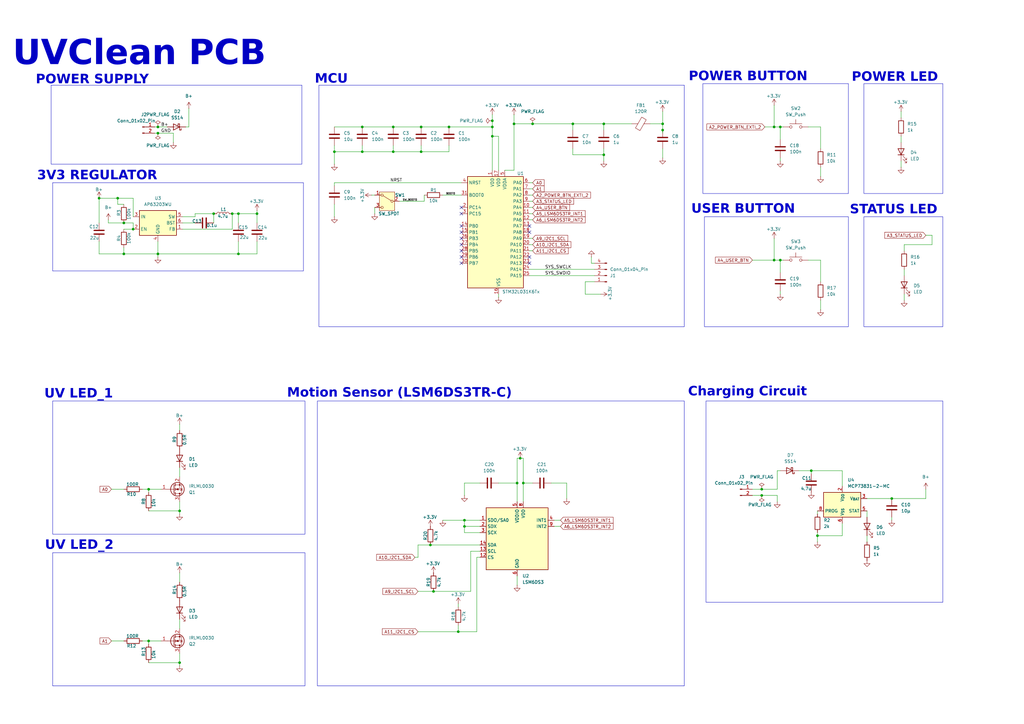
<source format=kicad_sch>
(kicad_sch (version 20231120) (generator "eeschema") (generator_version "8.0")
  (paper "A3")
  (title_block (title "UVClean PCB") (date "2025-02-17") (rev "0.1") (company "XO"))
  (junction (at 87.63 87.63))
  (junction (at 73.66 271.78))
  (junction (at 271.78 53.34))
  (junction (at 210.82 50.8))
  (junction (at 335.28 219.71))
  (junction (at 312.42 200.66))
  (junction (at 40.64 81.28))
  (junction (at 312.42 203.2))
  (junction (at 64.77 54.61))
  (junction (at 190.5 213.36))
  (junction (at 54.61 93.98))
  (junction (at 176.53 223.52))
  (junction (at 184.15 52.07))
  (junction (at 97.79 87.63))
  (junction (at 317.5 106.68))
  (junction (at 64.77 104.14))
  (junction (at 172.72 62.23))
  (junction (at 50.8 91.44))
  (junction (at 190.5 215.9))
  (junction (at 214.63 198.12))
  (junction (at 161.29 52.07))
  (junction (at 332.74 193.04))
  (junction (at 201.93 55.88))
  (junction (at 137.16 62.23))
  (junction (at 73.66 209.55))
  (junction (at 148.59 62.23))
  (junction (at 97.79 104.14))
  (junction (at 320.04 106.68))
  (junction (at 172.72 52.07))
  (junction (at 247.65 63.5))
  (junction (at 201.93 52.07))
  (junction (at 201.93 49.53))
  (junction (at 50.8 104.14))
  (junction (at 48.26 81.28))
  (junction (at 320.04 52.07))
  (junction (at 105.41 87.63))
  (junction (at 365.76 204.47))
  (junction (at 177.8 242.57))
  (junction (at 187.96 259.08))
  (junction (at 212.09 198.12))
  (junction (at 64.77 52.07))
  (junction (at 161.29 62.23))
  (junction (at 60.96 262.89))
  (junction (at 60.96 200.66))
  (junction (at 95.25 87.63))
  (junction (at 148.59 52.07))
  (junction (at 234.95 50.8))
  (junction (at 317.5 52.07))
  (junction (at 247.65 50.8))
  (junction (at 271.78 50.8))
  (junction (at 213.36 187.96))
  (junction (at 218.44 50.8))
  (no_connect (at 189.23 100.33))
  (no_connect (at 217.17 105.41))
  (no_connect (at 189.23 87.63))
  (no_connect (at 189.23 105.41))
  (no_connect (at 189.23 92.71))
  (no_connect (at 217.17 107.95))
  (no_connect (at 189.23 95.25))
  (no_connect (at 189.23 85.09))
  (no_connect (at 189.23 107.95))
  (no_connect (at 217.17 95.25))
  (no_connect (at 189.23 97.79))
  (no_connect (at 217.17 92.71))
  (no_connect (at 189.23 102.87))
  (wire (pts (xy 212.09 205.74) (xy 212.09 198.12)))
  (wire (pts (xy 214.63 187.96) (xy 214.63 198.12)))
  (wire (pts (xy 105.41 87.63) (xy 105.41 86.36)))
  (wire (pts (xy 187.96 247.65) (xy 187.96 248.92)))
  (wire (pts (xy 193.04 226.06) (xy 193.04 242.57)))
  (wire (pts (xy 271.78 53.34) (xy 271.78 50.8)))
  (wire (pts (xy 73.66 271.78) (xy 73.66 273.05)))
  (wire (pts (xy 195.58 228.6) (xy 196.85 228.6)))
  (wire (pts (xy 217.17 100.33) (xy 218.44 100.33)))
  (wire (pts (xy 44.45 90.17) (xy 44.45 91.44)))
  (wire (pts (xy 48.26 81.28) (xy 48.26 83.82)))
  (wire (pts (xy 210.82 69.85) (xy 210.82 50.8)))
  (wire (pts (xy 171.45 228.6) (xy 171.45 223.52)))
  (wire (pts (xy 80.01 87.63) (xy 87.63 87.63)))
  (wire (pts (xy 148.59 52.07) (xy 161.29 52.07)))
  (wire (pts (xy 63.5 52.07) (xy 64.77 52.07)))
  (wire (pts (xy 50.8 93.98) (xy 54.61 93.98)))
  (wire (pts (xy 187.96 259.08) (xy 195.58 259.08)))
  (wire (pts (xy 64.77 54.61) (xy 71.12 54.61)))
  (wire (pts (xy 44.45 91.44) (xy 50.8 91.44)))
  (wire (pts (xy 97.79 104.14) (xy 64.77 104.14)))
  (wire (pts (xy 137.16 62.23) (xy 137.16 67.31)))
  (wire (pts (xy 95.25 87.63) (xy 97.79 87.63)))
  (wire (pts (xy 64.77 99.06) (xy 64.77 104.14)))
  (wire (pts (xy 193.04 242.57) (xy 177.8 242.57)))
  (wire (pts (xy 73.66 176.53) (xy 73.66 173.99)))
  (wire (pts (xy 137.16 59.69) (xy 137.16 62.23)))
  (wire (pts (xy 163.83 82.55) (xy 173.99 82.55)))
  (wire (pts (xy 181.61 80.01) (xy 189.23 80.01)))
  (wire (pts (xy 50.8 101.6) (xy 50.8 104.14)))
  (wire (pts (xy 161.29 59.69) (xy 161.29 62.23)))
  (wire (pts (xy 370.84 100.33) (xy 370.84 102.87)))
  (wire (pts (xy 217.17 110.49) (xy 243.84 110.49)))
  (wire (pts (xy 207.01 69.85) (xy 210.82 69.85)))
  (wire (pts (xy 382.27 96.52) (xy 382.27 100.33)))
  (wire (pts (xy 172.72 62.23) (xy 161.29 62.23)))
  (wire (pts (xy 60.96 264.16) (xy 60.96 262.89)))
  (wire (pts (xy 40.64 99.06) (xy 40.64 104.14)))
  (wire (pts (xy 171.45 242.57) (xy 177.8 242.57)))
  (wire (pts (xy 369.57 45.72) (xy 369.57 48.26)))
  (wire (pts (xy 308.61 200.66) (xy 312.42 200.66)))
  (wire (pts (xy 181.61 213.36) (xy 190.5 213.36)))
  (wire (pts (xy 212.09 198.12) (xy 204.47 198.12)))
  (wire (pts (xy 74.93 88.9) (xy 80.01 88.9)))
  (wire (pts (xy 40.64 81.28) (xy 40.64 91.44)))
  (wire (pts (xy 213.36 187.96) (xy 212.09 187.96)))
  (wire (pts (xy 87.63 87.63) (xy 87.63 91.44)))
  (wire (pts (xy 246.38 120.65) (xy 240.03 120.65)))
  (wire (pts (xy 243.84 107.95) (xy 242.57 107.95)))
  (wire (pts (xy 40.64 81.28) (xy 48.26 81.28)))
  (wire (pts (xy 379.73 200.66) (xy 379.73 204.47)))
  (wire (pts (xy 355.6 204.47) (xy 365.76 204.47)))
  (wire (pts (xy 308.61 203.2) (xy 312.42 203.2)))
  (wire (pts (xy 321.31 52.07) (xy 320.04 52.07)))
  (wire (pts (xy 48.26 81.28) (xy 54.61 81.28)))
  (wire (pts (xy 153.67 85.09) (xy 153.67 87.63)))
  (wire (pts (xy 317.5 52.07) (xy 317.5 43.18)))
  (wire (pts (xy 271.78 60.96) (xy 271.78 64.77)))
  (wire (pts (xy 217.17 87.63) (xy 218.44 87.63)))
  (wire (pts (xy 218.44 50.8) (xy 234.95 50.8)))
  (wire (pts (xy 196.85 218.44) (xy 190.5 218.44)))
  (wire (pts (xy 73.66 254) (xy 73.66 257.81)))
  (wire (pts (xy 190.5 213.36) (xy 196.85 213.36)))
  (wire (pts (xy 271.78 50.8) (xy 266.7 50.8)))
  (wire (pts (xy 379.73 204.47) (xy 365.76 204.47)))
  (wire (pts (xy 370.84 120.65) (xy 370.84 123.19)))
  (wire (pts (xy 308.61 106.68) (xy 317.5 106.68)))
  (wire (pts (xy 234.95 63.5) (xy 247.65 63.5)))
  (wire (pts (xy 355.6 219.71) (xy 355.6 222.25)))
  (wire (pts (xy 336.55 68.58) (xy 336.55 72.39)))
  (wire (pts (xy 60.96 200.66) (xy 66.04 200.66)))
  (wire (pts (xy 336.55 52.07) (xy 336.55 60.96)))
  (wire (pts (xy 71.12 54.61) (xy 71.12 58.42)))
  (wire (pts (xy 171.45 223.52) (xy 176.53 223.52)))
  (wire (pts (xy 54.61 81.28) (xy 54.61 88.9)))
  (wire (pts (xy 195.58 259.08) (xy 195.58 228.6)))
  (wire (pts (xy 332.74 193.04) (xy 345.44 193.04)))
  (wire (pts (xy 217.17 102.87) (xy 218.44 102.87)))
  (wire (pts (xy 190.5 218.44) (xy 190.5 215.9)))
  (wire (pts (xy 317.5 106.68) (xy 317.5 97.79)))
  (wire (pts (xy 335.28 210.82) (xy 335.28 209.55)))
  (wire (pts (xy 73.66 205.74) (xy 73.66 209.55)))
  (wire (pts (xy 45.72 262.89) (xy 50.8 262.89)))
  (wire (pts (xy 74.93 93.98) (xy 95.25 93.98)))
  (wire (pts (xy 73.66 191.77) (xy 73.66 195.58)))
  (wire (pts (xy 201.93 46.99) (xy 201.93 49.53)))
  (wire (pts (xy 153.67 80.01) (xy 152.4 80.01)))
  (wire (pts (xy 234.95 60.96) (xy 234.95 63.5)))
  (wire (pts (xy 148.59 62.23) (xy 137.16 62.23)))
  (wire (pts (xy 355.6 209.55) (xy 355.6 212.09)))
  (wire (pts (xy 218.44 80.01) (xy 217.17 80.01)))
  (wire (pts (xy 176.53 223.52) (xy 196.85 223.52)))
  (wire (pts (xy 105.41 99.06) (xy 105.41 104.14)))
  (wire (pts (xy 54.61 93.98) (xy 54.61 91.44)))
  (wire (pts (xy 95.25 93.98) (xy 95.25 87.63)))
  (wire (pts (xy 332.74 193.04) (xy 332.74 194.31)))
  (wire (pts (xy 201.93 55.88) (xy 201.93 69.85)))
  (wire (pts (xy 172.72 59.69) (xy 172.72 62.23)))
  (wire (pts (xy 196.85 198.12) (xy 190.5 198.12)))
  (wire (pts (xy 218.44 85.09) (xy 217.17 85.09)))
  (wire (pts (xy 64.77 52.07) (xy 68.58 52.07)))
  (wire (pts (xy 148.59 59.69) (xy 148.59 62.23)))
  (wire (pts (xy 320.04 119.38) (xy 320.04 120.65)))
  (wire (pts (xy 217.17 113.03) (xy 243.84 113.03)))
  (wire (pts (xy 73.66 267.97) (xy 73.66 271.78)))
  (wire (pts (xy 218.44 74.93) (xy 217.17 74.93)))
  (wire (pts (xy 320.04 52.07) (xy 320.04 57.15)))
  (wire (pts (xy 137.16 52.07) (xy 148.59 52.07)))
  (wire (pts (xy 172.72 52.07) (xy 184.15 52.07)))
  (wire (pts (xy 73.66 209.55) (xy 73.66 210.82)))
  (wire (pts (xy 240.03 115.57) (xy 243.84 115.57)))
  (wire (pts (xy 210.82 50.8) (xy 218.44 50.8)))
  (wire (pts (xy 190.5 198.12) (xy 190.5 203.2)))
  (wire (pts (xy 345.44 193.04) (xy 345.44 199.39)))
  (wire (pts (xy 60.96 271.78) (xy 73.66 271.78)))
  (wire (pts (xy 204.47 120.65) (xy 204.47 121.92)))
  (wire (pts (xy 320.04 106.68) (xy 317.5 106.68)))
  (wire (pts (xy 240.03 120.65) (xy 240.03 115.57)))
  (wire (pts (xy 105.41 104.14) (xy 97.79 104.14)))
  (wire (pts (xy 50.8 83.82) (xy 48.26 83.82)))
  (wire (pts (xy 204.47 69.85) (xy 204.47 55.88)))
  (wire (pts (xy 345.44 219.71) (xy 345.44 214.63)))
  (wire (pts (xy 382.27 96.52) (xy 379.73 96.52)))
  (wire (pts (xy 97.79 99.06) (xy 97.79 104.14)))
  (wire (pts (xy 173.99 82.55) (xy 173.99 80.01)))
  (wire (pts (xy 201.93 52.07) (xy 201.93 55.88)))
  (wire (pts (xy 184.15 52.07) (xy 201.93 52.07)))
  (wire (pts (xy 184.15 59.69) (xy 184.15 62.23)))
  (wire (pts (xy 331.47 106.68) (xy 336.55 106.68)))
  (wire (pts (xy 73.66 238.76) (xy 73.66 234.95)))
  (wire (pts (xy 97.79 87.63) (xy 105.41 87.63)))
  (wire (pts (xy 335.28 219.71) (xy 335.28 218.44)))
  (wire (pts (xy 318.77 203.2) (xy 312.42 203.2)))
  (wire (pts (xy 370.84 100.33) (xy 382.27 100.33)))
  (wire (pts (xy 74.93 91.44) (xy 80.01 91.44)))
  (wire (pts (xy 184.15 62.23) (xy 172.72 62.23)))
  (wire (pts (xy 227.33 213.36) (xy 229.87 213.36)))
  (wire (pts (xy 336.55 106.68) (xy 336.55 115.57)))
  (wire (pts (xy 137.16 83.82) (xy 137.16 88.9)))
  (wire (pts (xy 320.04 52.07) (xy 317.5 52.07)))
  (wire (pts (xy 227.33 215.9) (xy 229.87 215.9)))
  (wire (pts (xy 161.29 62.23) (xy 148.59 62.23)))
  (wire (pts (xy 201.93 49.53) (xy 201.93 52.07)))
  (wire (pts (xy 64.77 104.14) (xy 64.77 105.41)))
  (wire (pts (xy 212.09 187.96) (xy 212.09 198.12)))
  (wire (pts (xy 365.76 212.09) (xy 365.76 213.36)))
  (wire (pts (xy 320.04 106.68) (xy 320.04 111.76)))
  (wire (pts (xy 210.82 50.8) (xy 210.82 46.99)))
  (wire (pts (xy 60.96 209.55) (xy 73.66 209.55)))
  (wire (pts (xy 321.31 106.68) (xy 320.04 106.68)))
  (wire (pts (xy 45.72 200.66) (xy 50.8 200.66)))
  (wire (pts (xy 369.57 66.04) (xy 369.57 68.58)))
  (wire (pts (xy 187.96 256.54) (xy 187.96 259.08)))
  (wire (pts (xy 242.57 107.95) (xy 242.57 105.41)))
  (wire (pts (xy 312.42 200.66) (xy 318.77 200.66)))
  (wire (pts (xy 320.04 64.77) (xy 320.04 66.04)))
  (wire (pts (xy 77.47 44.45) (xy 77.47 52.07)))
  (wire (pts (xy 97.79 87.63) (xy 97.79 91.44)))
  (wire (pts (xy 204.47 55.88) (xy 201.93 55.88)))
  (wire (pts (xy 370.84 110.49) (xy 370.84 113.03)))
  (wire (pts (xy 234.95 53.34) (xy 234.95 50.8)))
  (wire (pts (xy 214.63 198.12) (xy 218.44 198.12)))
  (wire (pts (xy 247.65 53.34) (xy 247.65 50.8)))
  (wire (pts (xy 40.64 104.14) (xy 50.8 104.14)))
  (wire (pts (xy 234.95 50.8) (xy 247.65 50.8)))
  (wire (pts (xy 214.63 198.12) (xy 214.63 205.74)))
  (wire (pts (xy 217.17 90.17) (xy 218.44 90.17)))
  (wire (pts (xy 232.41 198.12) (xy 232.41 204.47)))
  (wire (pts (xy 196.85 215.9) (xy 190.5 215.9)))
  (wire (pts (xy 190.5 215.9) (xy 190.5 213.36)))
  (wire (pts (xy 271.78 54.61) (xy 271.78 53.34)))
  (wire (pts (xy 171.45 259.08) (xy 187.96 259.08)))
  (wire (pts (xy 345.44 219.71) (xy 335.28 219.71)))
  (wire (pts (xy 137.16 74.93) (xy 137.16 76.2)))
  (wire (pts (xy 218.44 77.47) (xy 217.17 77.47)))
  (wire (pts (xy 58.42 200.66) (xy 60.96 200.66)))
  (wire (pts (xy 318.77 193.04) (xy 320.04 193.04)))
  (wire (pts (xy 105.41 87.63) (xy 105.41 91.44)))
  (wire (pts (xy 63.5 54.61) (xy 64.77 54.61)))
  (wire (pts (xy 80.01 88.9) (xy 80.01 87.63)))
  (wire (pts (xy 137.16 74.93) (xy 189.23 74.93)))
  (wire (pts (xy 247.65 60.96) (xy 247.65 63.5)))
  (wire (pts (xy 318.77 205.74) (xy 318.77 203.2)))
  (wire (pts (xy 336.55 123.19) (xy 336.55 127)))
  (wire (pts (xy 318.77 200.66) (xy 318.77 193.04)))
  (wire (pts (xy 214.63 187.96) (xy 213.36 187.96)))
  (wire (pts (xy 335.28 219.71) (xy 335.28 222.25)))
  (wire (pts (xy 196.85 226.06) (xy 193.04 226.06)))
  (wire (pts (xy 271.78 45.72) (xy 271.78 50.8)))
  (wire (pts (xy 76.2 52.07) (xy 77.47 52.07)))
  (wire (pts (xy 60.96 262.89) (xy 66.04 262.89)))
  (wire (pts (xy 232.41 198.12) (xy 226.06 198.12)))
  (wire (pts (xy 247.65 63.5) (xy 247.65 66.04)))
  (wire (pts (xy 58.42 262.89) (xy 60.96 262.89)))
  (wire (pts (xy 247.65 50.8) (xy 259.08 50.8)))
  (wire (pts (xy 369.57 55.88) (xy 369.57 58.42)))
  (wire (pts (xy 60.96 201.93) (xy 60.96 200.66)))
  (wire (pts (xy 50.8 104.14) (xy 64.77 104.14)))
  (wire (pts (xy 327.66 193.04) (xy 332.74 193.04)))
  (wire (pts (xy 212.09 236.22) (xy 212.09 240.03)))
  (wire (pts (xy 217.17 97.79) (xy 218.44 97.79)))
  (wire (pts (xy 218.44 82.55) (xy 217.17 82.55)))
  (wire (pts (xy 313.69 52.07) (xy 317.5 52.07)))
  (wire (pts (xy 331.47 52.07) (xy 336.55 52.07)))
  (wire (pts (xy 161.29 52.07) (xy 172.72 52.07)))
  (wire (pts (xy 170.18 228.6) (xy 171.45 228.6)))
  (wire (pts (xy 54.61 91.44) (xy 50.8 91.44)))
  (rectangle (start 130.81 34.925) (end 280.67 133.985))
  (rectangle (start 21.59 74.93) (end 124.46 111.125))
  (rectangle (start 288.29 34.29) (end 347.98 79.375))
  (rectangle (start 354.33 34.29) (end 386.715 79.375))
  (rectangle (start 21.59 164.465) (end 125.095 219.075))
  (rectangle (start 130.175 164.465) (end 280.67 281.305))
  (rectangle (start 20.955 34.925) (end 123.825 67.31))
  (rectangle (start 289.56 164.465) (end 386.715 247.015))
  (rectangle (start 354.33 88.9) (end 386.715 133.985))
  (rectangle (start 21.59 226.695) (end 125.095 281.305))
  (rectangle (start 288.925 88.9) (end 347.98 133.985))
  (text "POWER LED" (at 367.03 32.766 0) (effects (font (size 3.81 3.81) (thickness 0.508) (bold yes))))
  (text "MCU" (at 135.89 33.528 0) (effects (font (size 3.81 3.81) (thickness 0.508) (bold yes))))
  (text "UV LED_1\n\n" (at 32.258 165.862 0) (effects (font (size 3.81 3.81) (thickness 0.508) (bold yes))))
  (text "UV LED_2\n\n\n" (at 32.512 231.14 0) (effects (font (size 3.81 3.81) (thickness 0.508) (bold yes))))
  (text "POWER SUPPLY" (at 37.846 33.782 0) (effects (font (size 3.81 3.81) (thickness 0.508) (bold yes))))
  (text "USER BUTTON\n" (at 304.8 86.868 0) (effects (font (size 3.81 3.81) (thickness 0.508) (bold yes))))
  (text "POWER BUTTON\n" (at 306.832 32.512 0) (effects (font (size 3.81 3.81) (thickness 0.508) (bold yes))))
  (text "Charging Circuit" (at 306.578 161.798 0) (effects (font (size 3.81 3.81) (thickness 0.508) (bold yes))))
  (text "3V3 REGULATOR\n" (at 39.878 73.152 0) (effects (font (size 3.81 3.81) (thickness 0.508) (bold yes))))
  (text "Motion Sensor (LSM6DS3TR-C)" (at 163.83 162.306 0) (effects (font (size 3.81 3.81) (thickness 0.508) (bold yes))))
  (text "UVClean PCB" (at 57.15 24.892 0) (effects (font (size 10.16 10.16) (thickness 0.508) (bold yes))))
  (text "STATUS LED" (at 366.522 87.122 0) (effects (font (size 3.81 3.81) (thickness 0.508) (bold yes))))
  (label "SYS_SWDIO" (at 223.52 113.03 0))
  (label "GND" (at 66.04 54.61 0))
  (label "BOOT0" (at 182.88 80.01 0) (effects (font (size 0.762 0.762))))
  (label "SW_BOOT0" (at 165.1 82.55 0) (effects (font (size 0.762 0.762))))
  (label "SYS_SWCLK" (at 223.52 110.49 0))
  (label "B+" (at 66.04 52.07 0))
  (label "NRST" (at 160.02 74.93 0))
  (global_label "A4_USER_BTN" (shape input) (at 308.61 106.68 180) (property "Intersheetrefs" "${INTERSHEET_REFS}" (effects (hide yes))))
  (global_label "A9_I2C1_SCL" (shape input) (at 171.45 242.57 180) (property "Intersheetrefs" "${INTERSHEET_REFS}" (effects (hide yes))))
  (global_label "A6_LSM6DS3TR_INT2" (shape input) (at 218.44 90.17 0) (property "Intersheetrefs" "${INTERSHEET_REFS}" (effects (hide yes))))
  (global_label "A1" (shape input) (at 45.72 262.89 180) (property "Intersheetrefs" "${INTERSHEET_REFS}" (effects (hide yes))))
  (global_label "A6_LSM6DS3TR_INT2" (shape input) (at 229.87 215.9 0) (property "Intersheetrefs" "${INTERSHEET_REFS}" (effects (hide yes))))
  (global_label "A11_I2C1_CS" (shape input) (at 171.45 259.08 180) (property "Intersheetrefs" "${INTERSHEET_REFS}" (effects (hide yes))))
  (global_label "A1" (shape input) (at 218.44 77.47 0) (property "Intersheetrefs" "${INTERSHEET_REFS}" (effects (hide yes))))
  (global_label "A0" (shape input) (at 218.44 74.93 0) (property "Intersheetrefs" "${INTERSHEET_REFS}" (effects (hide yes))))
  (global_label "A2_POWER_BTN_EXTI_2" (shape input) (at 218.44 80.01 0) (property "Intersheetrefs" "${INTERSHEET_REFS}" (effects (hide yes))))
  (global_label "A10_I2C1_SDA" (shape input) (at 170.18 228.6 180) (property "Intersheetrefs" "${INTERSHEET_REFS}" (effects (hide yes))))
  (global_label "A9_I2C1_SCL" (shape input) (at 218.44 97.79 0) (property "Intersheetrefs" "${INTERSHEET_REFS}" (effects (hide yes))))
  (global_label "A2_POWER_BTN_EXTI_2" (shape input) (at 313.69 52.07 180) (property "Intersheetrefs" "${INTERSHEET_REFS}" (effects (hide yes))))
  (global_label "A0" (shape input) (at 45.72 200.66 180) (property "Intersheetrefs" "${INTERSHEET_REFS}" (effects (hide yes))))
  (global_label "A3_STATUS_LED" (shape input) (at 218.44 82.55 0) (property "Intersheetrefs" "${INTERSHEET_REFS}" (effects (hide yes))))
  (global_label "A5_LSM6DS3TR_INT1" (shape input) (at 229.87 213.36 0) (property "Intersheetrefs" "${INTERSHEET_REFS}" (effects (hide yes))))
  (global_label "A4_USER_BTN" (shape input) (at 218.44 85.09 0) (property "Intersheetrefs" "${INTERSHEET_REFS}" (effects (hide yes))))
  (global_label "A5_LSM6DS3TR_INT1" (shape input) (at 218.44 87.63 0) (property "Intersheetrefs" "${INTERSHEET_REFS}" (effects (hide yes))))
  (global_label "A11_I2C1_CS" (shape input) (at 218.44 102.87 0) (property "Intersheetrefs" "${INTERSHEET_REFS}" (effects (hide yes))))
  (global_label "A3_STATUS_LED" (shape input) (at 379.73 96.52 180) (property "Intersheetrefs" "${INTERSHEET_REFS}" (effects (hide yes))))
  (global_label "A10_I2C1_SDA" (shape input) (at 218.44 100.33 0) (property "Intersheetrefs" "${INTERSHEET_REFS}" (effects (hide yes))))
  (symbol (lib_id "Device:FerriteBead") (at 262.89 50.8 90) (unit 1)
    (property "Reference" "FB1" (at 262.8392 43.18 90))
    (property "Value" "120R" (at 262.8392 45.72 90))
    (property "Footprint" "Inductor_SMD:L_0603_1608Metric" (effects (hide yes)))
    (property "Description" "Ferrite bead" (effects (hide yes)))
  )
  (symbol (lib_id "power:+3.3V") (at 201.93 46.99 0) (unit 1)
    (property "Reference" "#PWR02" (effects (hide yes)))
    (property "Value" "+3.3V" (at 201.676 43.18 0))
    (property "Description" "Power symbol creates a global label with name \"+3.3V\"" (effects (hide yes)))
  )
  (symbol (lib_id "power:PWR_FLAG") (at 312.42 200.66 0) (unit 1)
    (property "Reference" "#FLG04" (effects (hide yes)))
    (property "Value" "PWR_FLAG" (at 312.42 195.58 0))
    (property "Description" "Special symbol for telling ERC where power comes from" (effects (hide yes)))
  )
  (symbol (lib_id "power:+3.3V") (at 246.38 120.65 270) (unit 1)
    (property "Reference" "#PWR011" (effects (hide yes)))
    (property "Value" "+3.3V" (at 250.19 120.396 0))
    (property "Description" "Power symbol creates a global label with name \"+3.3V\"" (effects (hide yes)))
  )
  (symbol (lib_id "power:GND") (at 190.5 203.2 0) (unit 1)
    (property "Reference" "#PWR036" (effects (hide yes)))
    (property "Value" "GND" (effects (hide yes)))
    (property "Description" "Power symbol creates a global label with name \"GND\" , ground" (effects (hide yes)))
  )
  (symbol (lib_id "Device:C") (at 137.16 55.88 0) (unit 1)
    (property "Reference" "C5" (at 140.97 54.6099 0) (effects (justify left)))
    (property "Value" "10u" (at 140.97 57.1499 0) (effects (justify left)))
    (property "Footprint" "Capacitor_SMD:C_0603_1608Metric" (effects (hide yes)))
    (property "Description" "Unpolarized capacitor" (effects (hide yes)))
  )
  (symbol (lib_id "Device:LED") (at 355.6 215.9 90) (unit 1)
    (property "Reference" "D6" (at 359.41 216.2174 90) (effects (justify right)))
    (property "Value" "LED" (at 359.41 218.7574 90) (effects (justify right)))
    (property "Description" "Light emitting diode" (effects (hide yes)))
  )
  (symbol (lib_id "Device:C") (at 222.25 198.12 90) (unit 1)
    (property "Reference" "C21" (at 222.25 190.5 90))
    (property "Value" "100n" (at 222.25 193.04 90))
    (property "Description" "Unpolarized capacitor" (effects (hide yes)))
  )
  (symbol (lib_id "power:VBUS") (at 77.47 44.45 0) (unit 1)
    (property "Reference" "#PWR016" (effects (hide yes)))
    (property "Value" "B+" (at 77.47 39.37 0))
    (property "Description" "Power symbol creates a global label with name \"VBUS\"" (effects (hide yes)))
  )
  (symbol (lib_id "Device:R") (at 336.55 119.38 0) (unit 1)
    (property "Reference" "R17" (at 339.09 118.1099 0) (effects (justify left)))
    (property "Value" "10k" (at 339.09 120.6499 0) (effects (justify left)))
    (property "Description" "Resistor" (effects (hide yes)))
  )
  (symbol (lib_id "Device:C") (at 247.65 57.15 0) (unit 1)
    (property "Reference" "C6" (at 251.46 55.8799 0) (effects (justify left)))
    (property "Value" "1u" (at 251.46 58.4199 0) (effects (justify left)))
    (property "Footprint" "Capacitor_SMD:C_0402_1005Metric" (effects (hide yes)))
    (property "Description" "Unpolarized capacitor" (effects (hide yes)))
  )
  (symbol (lib_id "Device:C") (at 200.66 198.12 90) (unit 1)
    (property "Reference" "C20" (at 200.66 190.5 90))
    (property "Value" "100n" (at 200.66 193.04 90))
    (property "Description" "Unpolarized capacitor" (effects (hide yes)))
  )
  (symbol (lib_id "power:+3.3V") (at 213.36 187.96 0) (unit 1)
    (property "Reference" "#PWR038" (effects (hide yes)))
    (property "Value" "+3.3V" (at 213.106 184.15 0))
    (property "Description" "Power symbol creates a global label with name \"+3.3V\"" (effects (hide yes)))
  )
  (symbol (lib_id "power:VBUS") (at 40.64 81.28 0) (unit 1)
    (property "Reference" "#PWR018" (effects (hide yes)))
    (property "Value" "B+" (at 40.64 77.724 0))
    (property "Description" "Power symbol creates a global label with name \"VBUS\"" (effects (hide yes)))
  )
  (symbol (lib_id "power:GND") (at 370.84 123.19 0) (unit 1)
    (property "Reference" "#PWR033" (effects (hide yes)))
    (property "Value" "GND" (effects (hide yes)))
    (property "Description" "Power symbol creates a global label with name \"GND\" , ground" (effects (hide yes)))
  )
  (symbol (lib_id "power:VBUS") (at 44.45 90.17 0) (unit 1)
    (property "Reference" "#PWR021" (effects (hide yes)))
    (property "Value" "B+" (at 44.45 85.09 0))
    (property "Description" "Power symbol creates a global label with name \"VBUS\"" (effects (hide yes)))
  )
  (symbol (lib_id "power:GND") (at 242.57 105.41 180) (unit 1)
    (property "Reference" "#PWR012" (effects (hide yes)))
    (property "Value" "GND" (effects (hide yes)))
    (property "Description" "Power symbol creates a global label with name \"GND\" , ground" (effects (hide yes)))
  )
  (symbol (lib_id "power:+3.3V") (at 176.53 215.9 0) (unit 1)
    (property "Reference" "#PWR043" (effects (hide yes)))
    (property "Value" "+3.3V" (at 176.276 212.09 0))
    (property "Description" "Power symbol creates a global label with name \"+3.3V\"" (effects (hide yes)))
  )
  (symbol (lib_id "power:VBUS") (at 73.66 234.95 0) (unit 1)
    (property "Reference" "#PWR014" (effects (hide yes)))
    (property "Value" "B+" (at 73.66 231.394 0))
    (property "Description" "Power symbol creates a global label with name \"VBUS\"" (effects (hide yes)))
  )
  (symbol (lib_id "Device:R") (at 54.61 200.66 90) (unit 1)
    (property "Reference" "R10" (at 55.88 202.692 90) (effects (justify left)))
    (property "Value" "100R" (at 56.896 198.628 90) (effects (justify left)))
    (property "Footprint" "Resistor_SMD:R_0603_1608Metric" (effects (hide yes)))
    (property "Description" "Resistor" (effects (hide yes)))
  )
  (symbol (lib_id "Device:C") (at 271.78 57.15 0) (unit 1)
    (property "Reference" "C8" (at 275.59 55.8799 0) (effects (justify left)))
    (property "Value" "1u" (at 275.59 58.4199 0) (effects (justify left)))
    (property "Footprint" "Capacitor_SMD:C_0402_1005Metric" (effects (hide yes)))
    (property "Description" "Unpolarized capacitor" (effects (hide yes)))
  )
  (symbol (lib_id "Device:C") (at 83.82 91.44 90) (unit 1)
    (property "Reference" "C13" (at 80.772 90.678 90))
    (property "Value" "0.1u" (at 86.868 92.456 90))
    (property "Footprint" "Capacitor_SMD:C_0603_1608Metric" (effects (hide yes)))
    (property "Description" "Unpolarized capacitor" (effects (hide yes)))
  )
  (symbol (lib_id "power:GND") (at 73.66 273.05 0) (unit 1)
    (property "Reference" "#PWR029" (effects (hide yes)))
    (property "Value" "GND" (effects (hide yes)))
    (property "Description" "Power symbol creates a global label with name \"GND\" , ground" (effects (hide yes)))
  )
  (symbol (lib_id "Device:R") (at 335.28 214.63 0) (unit 1)
    (property "Reference" "R2" (at 337.82 213.3599 0) (effects (justify left)))
    (property "Value" "2k" (at 337.82 215.8999 0) (effects (justify left)))
    (property "Description" "Resistor" (effects (hide yes)))
  )
  (symbol (lib_id "power:VBUS") (at 379.73 200.66 0) (unit 1)
    (property "Reference" "#PWR028" (effects (hide yes)))
    (property "Value" "B+" (at 379.73 195.58 0))
    (property "Description" "Power symbol creates a global label with name \"VBUS\"" (effects (hide yes)))
  )
  (symbol (lib_id "Device:C") (at 365.76 208.28 0) (unit 1)
    (property "Reference" "C10" (at 369.57 207.0099 0) (effects (justify left)))
    (property "Value" "10µ" (at 369.57 209.5499 0) (effects (justify left)))
    (property "Description" "Unpolarized capacitor" (effects (hide yes)))
  )
  (symbol (lib_id "power:+3.3V") (at 177.8 234.95 0) (unit 1)
    (property "Reference" "#PWR042" (effects (hide yes)))
    (property "Value" "+3.3V" (at 177.546 231.14 0))
    (property "Description" "Power symbol creates a global label with name \"+3.3V\"" (effects (hide yes)))
  )
  (symbol (lib_id "power:GND") (at 247.65 66.04 0) (unit 1)
    (property "Reference" "#PWR05" (effects (hide yes)))
    (property "Value" "GND" (effects (hide yes)))
    (property "Description" "Power symbol creates a global label with name \"GND\" , ground" (effects (hide yes)))
  )
  (symbol (lib_id "Diode:SS14") (at 72.39 52.07 180) (unit 1)
    (property "Reference" "D2" (at 72.7075 45.72 0))
    (property "Value" "SS14" (at 72.7075 48.26 0))
    (property "Footprint" "Diode_SMD:D_SMA" (effects (hide yes)))
    (property "Datasheet" "https://www.vishay.com/docs/88746/ss12.pdf" (effects (hide yes)))
    (property "Description" "40V 1A Schottky Diode, SMA" (effects (hide yes)))
  )
  (symbol (lib_id "Device:C") (at 184.15 55.88 0) (unit 1)
    (property "Reference" "C1" (at 187.96 54.6099 0) (effects (justify left)))
    (property "Value" "100n" (at 187.96 57.1499 0) (effects (justify left)))
    (property "Footprint" "Capacitor_SMD:C_0402_1005Metric" (effects (hide yes)))
    (property "Description" "Unpolarized capacitor" (effects (hide yes)))
  )
  (symbol (lib_id "Battery_Management:MCP73831-2-MC") (at 345.44 207.01 0) (unit 1)
    (property "Reference" "U4" (at 347.6341 196.85 0) (effects (justify left)))
    (property "Value" "MCP73831-2-MC" (at 347.6341 199.39 0) (effects (justify left)))
    (property "Footprint" "Package_TO_SOT_SMD:SOT-23-5" (effects (hide yes)))
    (property "Datasheet" "http://ww1.microchip.com/downloads/en/DeviceDoc/20001984g.pdf" (effects (hide yes)))
    (property "Description" "Single cell, Li-Ion/Li-Po charge management controller, 4.20V, Tri-State Status Output, in DFN-8 package" (effects (hide yes)))
  )
  (symbol (lib_id "power:GND") (at 71.12 58.42 0) (unit 1)
    (property "Reference" "#PWR017" (effects (hide yes)))
    (property "Value" "GND" (effects (hide yes)))
    (property "Description" "Power symbol creates a global label with name \"GND\" , ground" (effects (hide yes)))
  )
  (symbol (lib_id "power:+3.3V") (at 105.41 86.36 0) (unit 1)
    (property "Reference" "#PWR020" (effects (hide yes)))
    (property "Value" "+3.3V" (at 105.156 82.55 0))
    (property "Description" "Power symbol creates a global label with name \"+3.3V\"" (effects (hide yes)))
  )
  (symbol (lib_id "Transistor_FET:IRLML0030") (at 71.12 262.89 0) (mirror x) (unit 1)
    (property "Reference" "Q2" (at 77.47 264.1601 0) (effects (justify left)))
    (property "Value" "IRLML0030" (at 77.47 261.6201 0) (effects (justify left)))
    (property "Footprint" "Package_TO_SOT_SMD:SOT-23" (effects (hide yes)))
    (property "Datasheet" "https://www.infineon.com/dgdl/irlml0030pbf.pdf?fileId=5546d462533600a401535664773825df" (effects (hide yes)))
    (property "Description" "5.3A Id, 30V Vds, 27mOhm Rds, N-Channel HEXFET Power MOSFET, SOT-23" (effects (hide yes)))
  )
  (symbol (lib_id "power:+3.3V") (at 317.5 43.18 0) (unit 1)
    (property "Reference" "#PWR025" (effects (hide yes)))
    (property "Value" "+3.3V" (at 317.246 39.37 0))
    (property "Description" "Power symbol creates a global label with name \"+3.3V\"" (effects (hide yes)))
  )
  (symbol (lib_id "power:GND") (at 181.61 213.36 0) (unit 1)
    (property "Reference" "#PWR040" (effects (hide yes)))
    (property "Value" "GND" (effects (hide yes)))
    (property "Description" "Power symbol creates a global label with name \"GND\" , ground" (effects (hide yes)))
  )
  (symbol (lib_id "Device:R") (at 336.55 64.77 0) (unit 1)
    (property "Reference" "R11" (at 339.09 63.4999 0) (effects (justify left)))
    (property "Value" "10k" (at 339.09 66.0399 0) (effects (justify left)))
    (property "Description" "Resistor" (effects (hide yes)))
  )
  (symbol (lib_id "power:GND") (at 137.16 67.31 0) (unit 1)
    (property "Reference" "#PWR03" (effects (hide yes)))
    (property "Value" "GND" (effects (hide yes)))
    (property "Description" "Power symbol creates a global label with name \"GND\" , ground" (effects (hide yes)))
  )
  (symbol (lib_id "power:GND") (at 335.28 222.25 0) (unit 1)
    (property "Reference" "#PWR015" (effects (hide yes)))
    (property "Value" "GND" (effects (hide yes)))
    (property "Description" "Power symbol creates a global label with name \"GND\" , ground" (effects (hide yes)))
  )
  (symbol (lib_id "Device:LED") (at 73.66 187.96 90) (unit 1)
    (property "Reference" "D1" (at 77.47 188.2774 90) (effects (justify right)))
    (property "Value" "LED" (at 77.47 190.8174 90) (effects (justify right)))
    (property "Description" "Light emitting diode" (effects (hide yes)))
  )
  (symbol (lib_id "power:GND") (at 153.67 87.63 0) (unit 1)
    (property "Reference" "#PWR09" (effects (hide yes)))
    (property "Value" "GND" (effects (hide yes)))
    (property "Description" "Power symbol creates a global label with name \"GND\" , ground" (effects (hide yes)))
  )
  (symbol (lib_id "power:PWR_FLAG") (at 312.42 203.2 180) (unit 1)
    (property "Reference" "#FLG05" (effects (hide yes)))
    (property "Value" "PWR_FLAG" (at 311.658 207.01 0))
    (property "Description" "Special symbol for telling ERC where power comes from" (effects (hide yes)))
  )
  (symbol (lib_id "Switch:SW_Push") (at 326.39 106.68 0) (unit 1)
    (property "Reference" "SW3" (at 326.39 99.06 0))
    (property "Value" "SW_Push" (at 326.39 101.6 0))
    (property "Description" "Push button switch, generic, two pins" (effects (hide yes)))
  )
  (symbol (lib_id "Device:C") (at 161.29 55.88 0) (unit 1)
    (property "Reference" "C3" (at 165.1 54.6099 0) (effects (justify left)))
    (property "Value" "100n" (at 165.1 57.1499 0) (effects (justify left)))
    (property "Footprint" "Capacitor_SMD:C_0402_1005Metric" (effects (hide yes)))
    (property "Description" "Unpolarized capacitor" (effects (hide yes)))
  )
  (symbol (lib_id "Device:C") (at 320.04 115.57 0) (unit 1)
    (property "Reference" "C19" (at 323.85 114.2999 0) (effects (justify left)))
    (property "Value" "100n" (at 323.85 116.8399 0) (effects (justify left)))
    (property "Description" "Unpolarized capacitor" (effects (hide yes)))
  )
  (symbol (lib_id "Device:R") (at 50.8 87.63 0) (unit 1)
    (property "Reference" "R3" (at 48.768 88.646 90) (effects (justify left)))
    (property "Value" "100k" (at 52.832 90.17 90) (effects (justify left)))
    (property "Footprint" "Resistor_SMD:R_0603_1608Metric" (effects (hide yes)))
    (property "Description" "Resistor" (effects (hide yes)))
  )
  (symbol (lib_id "Device:C") (at 332.74 198.12 0) (unit 1)
    (property "Reference" "C11" (at 328.93 196.088 0) (effects (justify left)))
    (property "Value" "4.7u" (at 328.422 200.406 0) (effects (justify left)))
    (property "Description" "Unpolarized capacitor" (effects (hide yes)))
  )
  (symbol (lib_id "power:+3.3V") (at 369.57 45.72 0) (unit 1)
    (property "Reference" "#PWR030" (effects (hide yes)))
    (property "Value" "+3.3V" (at 369.316 41.91 0))
    (property "Description" "Power symbol creates a global label with name \"+3.3V\"" (effects (hide yes)))
  )
  (symbol (lib_id "power:GND") (at 355.6 229.87 0) (unit 1)
    (property "Reference" "#PWR023" (effects (hide yes)))
    (property "Value" "GND" (effects (hide yes)))
    (property "Description" "Power symbol creates a global label with name \"GND\" , ground" (effects (hide yes)))
  )
  (symbol (lib_id "Device:R") (at 60.96 205.74 0) (unit 1)
    (property "Reference" "R8" (at 58.928 207.01 90) (effects (justify left)))
    (property "Value" "10k" (at 62.992 208.026 90) (effects (justify left)))
    (property "Footprint" "Resistor_SMD:R_0603_1608Metric" (effects (hide yes)))
    (property "Description" "Resistor" (effects (hide yes)))
  )
  (symbol (lib_id "power:GND") (at 73.66 210.82 0) (unit 1)
    (property "Reference" "#PWR024" (effects (hide yes)))
    (property "Value" "GND" (effects (hide yes)))
    (property "Description" "Power symbol creates a global label with name \"GND\" , ground" (effects (hide yes)))
  )
  (symbol (lib_id "power:+3.3V") (at 152.4 80.01 90) (unit 1)
    (property "Reference" "#PWR010" (effects (hide yes)))
    (property "Value" "+3.3V" (at 148.59 80.264 0))
    (property "Description" "Power symbol creates a global label with name \"+3.3V\"" (effects (hide yes)))
  )
  (symbol (lib_id "Device:C") (at 40.64 95.25 0) (unit 1)
    (property "Reference" "C12" (at 36.576 92.964 0) (effects (justify left)))
    (property "Value" "22u" (at 36.83 97.536 0) (effects (justify left)))
    (property "Footprint" "Capacitor_SMD:C_1206_3216Metric" (effects (hide yes)))
    (property "Description" "Unpolarized capacitor" (effects (hide yes)))
  )
  (symbol (lib_id "power:GND") (at 320.04 66.04 0) (unit 1)
    (property "Reference" "#PWR027" (effects (hide yes)))
    (property "Value" "GND" (effects (hide yes)))
    (property "Description" "Power symbol creates a global label with name \"GND\" , ground" (effects (hide yes)))
  )
  (symbol (lib_id "Connector:Conn_01x02_Pin") (at 303.53 200.66 0) (unit 1)
    (property "Reference" "J3" (at 304.165 195.58 0))
    (property "Value" "Conn_01x02_Pin" (at 300.99 198.12 0))
    (property "Footprint" "Connector_JST:JST_EH_B2B-EH-A_1x02_P2.50mm_Vertical" (effects (hide yes)))
    (property "Description" "Generic connector, single row, 01x02, script generated" (effects (hide yes)))
  )
  (symbol (lib_id "Switch:SW_Push") (at 326.39 52.07 0) (unit 1)
    (property "Reference" "SW2" (at 326.39 44.45 0))
    (property "Value" "SW_Push" (at 326.39 46.99 0))
    (property "Description" "Push button switch, generic, two pins" (effects (hide yes)))
  )
  (symbol (lib_id "Connector:Conn_01x04_Pin") (at 248.92 113.03 180) (unit 1)
    (property "Reference" "J1" (at 250.19 113.0301 0) (effects (justify right)))
    (property "Value" "Conn_01x04_Pin" (at 250.19 110.4901 0) (effects (justify right)))
    (property "Footprint" "Connector_JST:JST_EH_B4B-EH-A_1x04_P2.50mm_Vertical" (effects (hide yes)))
    (property "Description" "Generic connector, single row, 01x04, script generated" (effects (hide yes)))
  )
  (symbol (lib_id "Device:R") (at 176.53 219.71 180) (unit 1)
    (property "Reference" "R20" (at 174.498 219.71 90))
    (property "Value" "4.7k" (at 178.816 219.71 90))
    (property "Footprint" "Resistor_SMD:R_0402_1005Metric" (effects (hide yes)))
    (property "Description" "Resistor" (effects (hide yes)))
  )
  (symbol (lib_id "Device:R") (at 177.8 80.01 90) (unit 1)
    (property "Reference" "R1" (at 177.8 77.978 90))
    (property "Value" "10k" (at 177.8 82.296 90))
    (property "Footprint" "Resistor_SMD:R_0402_1005Metric" (effects (hide yes)))
    (property "Description" "Resistor" (effects (hide yes)))
  )
  (symbol (lib_id "power:+3.3V") (at 317.5 97.79 0) (unit 1)
    (property "Reference" "#PWR032" (effects (hide yes)))
    (property "Value" "+3.3V" (at 317.246 93.98 0))
    (property "Description" "Power symbol creates a global label with name \"+3.3V\"" (effects (hide yes)))
  )
  (symbol (lib_id "power:PWR_FLAG") (at 64.77 52.07 0) (unit 1)
    (property "Reference" "#FLG02" (effects (hide yes)))
    (property "Value" "PWR_FLAG" (at 64.77 46.99 0))
    (property "Description" "Special symbol for telling ERC where power comes from" (effects (hide yes)))
  )
  (symbol (lib_id "Device:C") (at 97.79 95.25 0) (unit 1)
    (property "Reference" "C15" (at 97.79 93.218 0) (effects (justify left)))
    (property "Value" "22u" (at 98.298 97.282 0) (effects (justify left)))
    (property "Footprint" "Capacitor_SMD:C_1206_3216Metric" (effects (hide yes)))
    (property "Description" "Unpolarized capacitor" (effects (hide yes)))
  )
  (symbol (lib_id "power:GND") (at 336.55 72.39 0) (unit 1)
    (property "Reference" "#PWR026" (effects (hide yes)))
    (property "Value" "GND" (effects (hide yes)))
    (property "Description" "Power symbol creates a global label with name \"GND\" , ground" (effects (hide yes)))
  )
  (symbol (lib_id "power:+3.3VA") (at 210.82 46.99 0) (unit 1)
    (property "Reference" "#PWR04" (effects (hide yes)))
    (property "Value" "+3.3VA" (at 210.566 43.18 0))
    (property "Description" "Power symbol creates a global label with name \"+3.3VA\"" (effects (hide yes)))
  )
  (symbol (lib_id "Device:C") (at 172.72 55.88 0) (unit 1)
    (property "Reference" "C2" (at 176.53 54.6099 0) (effects (justify left)))
    (property "Value" "100n" (at 176.53 57.1499 0) (effects (justify left)))
    (property "Footprint" "Capacitor_SMD:C_0402_1005Metric" (effects (hide yes)))
    (property "Description" "Unpolarized capacitor" (effects (hide yes)))
  )
  (symbol (lib_id "power:PWR_FLAG") (at 218.44 50.8 0) (unit 1)
    (property "Reference" "#FLG03" (effects (hide yes)))
    (property "Value" "PWR_FLAG" (at 218.44 45.72 0))
    (property "Description" "Special symbol for telling ERC where power comes from" (effects (hide yes)))
  )
  (symbol (lib_id "Transistor_FET:IRLML0030") (at 71.12 200.66 0) (mirror x) (unit 1)
    (property "Reference" "Q1" (at 77.47 201.9301 0) (effects (justify left)))
    (property "Value" "IRLML0030" (at 77.47 199.3901 0) (effects (justify left)))
    (property "Footprint" "Package_TO_SOT_SMD:SOT-23" (effects (hide yes)))
    (property "Datasheet" "https://www.infineon.com/dgdl/irlml0030pbf.pdf?fileId=5546d462533600a401535664773825df" (effects (hide yes)))
    (property "Description" "5.3A Id, 30V Vds, 27mOhm Rds, N-Channel HEXFET Power MOSFET, SOT-23" (effects (hide yes)))
  )
  (symbol (lib_id "power:GND") (at 212.09 240.03 0) (unit 1)
    (property "Reference" "#PWR037" (effects (hide yes)))
    (property "Value" "GND" (effects (hide yes)))
    (property "Description" "Power symbol creates a global label with name \"GND\" , ground" (effects (hide yes)))
  )
  (symbol (lib_id "power:GND") (at 137.16 88.9 0) (unit 1)
    (property "Reference" "#PWR08" (effects (hide yes)))
    (property "Value" "GND" (effects (hide yes)))
    (property "Description" "Power symbol creates a global label with name \"GND\" , ground" (effects (hide yes)))
  )
  (symbol (lib_id "MCU_ST_STM32L0:STM32L031K6Tx") (at 201.93 95.25 0) (unit 1)
    (property "Reference" "U1" (at 212.09 71.12 0) (effects (justify left)))
    (property "Value" "STM32L031K6Tx" (at 205.994 119.634 0) (effects (justify left)))
    (property "Footprint" "Package_QFP:LQFP-32_7x7mm_P0.8mm" (effects (hide yes)))
    (property "Datasheet" "https://www.st.com/resource/en/datasheet/stm32l031k6.pdf" (effects (hide yes)))
    (property "Description" "STMicroelectronics Arm Cortex-M0+ MCU, 32KB flash, 8KB RAM, 32 MHz, 1.65-3.6V, 25 GPIO, LQFP32" (effects (hide yes)))
  )
  (symbol (lib_id "Device:R") (at 73.66 242.57 0) (unit 1)
    (property "Reference" "R14" (at 71.628 243.84 90) (effects (justify left)))
    (property "Value" "0.5R" (at 75.692 244.856 90) (effects (justify left)))
    (property "Footprint" "Resistor_SMD:R_0603_1608Metric" (effects (hide yes)))
    (property "Description" "Resistor" (effects (hide yes)))
  )
  (symbol (lib_id "Regulator_Switching:AP63203WU") (at 64.77 91.44 0) (unit 1)
    (property "Reference" "U3" (at 64.77 81.28 0))
    (property "Value" "AP63203WU" (at 64.77 83.82 0))
    (property "Footprint" "Package_TO_SOT_SMD:TSOT-23-6" (effects (hide yes)))
    (property "Datasheet" "https://www.diodes.com/assets/Datasheets/AP63200-AP63201-AP63203-AP63205.pdf" (effects (hide yes)))
    (property "Description" "2A, 1.1MHz Buck DC/DC Converter, fixed 3.3V output voltage, TSOT-23-6" (effects (hide yes)))
  )
  (symbol (lib_id "power:GND") (at 332.74 201.93 0) (unit 1)
    (property "Reference" "#PWR044" (effects (hide yes)))
    (property "Value" "GND" (effects (hide yes)))
    (property "Description" "Power symbol creates a global label with name \"GND\" , ground" (effects (hide yes)))
  )
  (symbol (lib_id "power:+3.3V") (at 271.78 45.72 0) (unit 1)
    (property "Reference" "#PWR07" (effects (hide yes)))
    (property "Value" "+3.3V" (at 271.526 41.91 0))
    (property "Description" "Power symbol creates a global label with name \"+3.3V\"" (effects (hide yes)))
  )
  (symbol (lib_id "Connector:Conn_01x02_Pin") (at 58.42 52.07 0) (unit 1)
    (property "Reference" "J2" (at 59.055 46.99 0))
    (property "Value" "Conn_01x02_Pin" (at 55.88 49.53 0))
    (property "Footprint" "Connector_JST:JST_EH_B2B-EH-A_1x02_P2.50mm_Vertical" (effects (hide yes)))
    (property "Description" "Generic connector, single row, 01x02, script generated" (effects (hide yes)))
  )
  (symbol (lib_id "power:GND") (at 318.77 205.74 0) (unit 1)
    (property "Reference" "#PWR045" (effects (hide yes)))
    (property "Value" "GND" (effects (hide yes)))
    (property "Description" "Power symbol creates a global label with name \"GND\" , ground" (effects (hide yes)))
  )
  (symbol (lib_id "Device:R") (at 370.84 106.68 0) (unit 1)
    (property "Reference" "R16" (at 373.38 105.4099 0) (effects (justify left)))
    (property "Value" "1k" (at 373.38 107.9499 0) (effects (justify left)))
    (property "Description" "Resistor" (effects (hide yes)))
  )
  (symbol (lib_id "Switch:SW_SPDT") (at 158.75 82.55 0) (mirror y) (unit 1)
    (property "Reference" "SW1" (at 164.084 80.01 0))
    (property "Value" "SW_SPDT" (at 159.512 87.63 0))
    (property "Footprint" "Button_Switch_THT:SW_E-Switch_EG1224_SPDT_Angled" (effects (hide yes)))
    (property "Description" "Switch, single pole double throw" (effects (hide yes)))
  )
  (symbol (lib_id "power:GND") (at 365.76 213.36 0) (unit 1)
    (property "Reference" "#PWR022" (effects (hide yes)))
    (property "Value" "GND" (effects (hide yes)))
    (property "Description" "Power symbol creates a global label with name \"GND\" , ground" (effects (hide yes)))
  )
  (symbol (lib_id "Device:C") (at 105.41 95.25 0) (unit 1)
    (property "Reference" "C14" (at 105.664 93.218 0) (effects (justify left)))
    (property "Value" "22u" (at 105.918 97.536 0) (effects (justify left)))
    (property "Footprint" "Capacitor_SMD:C_1206_3216Metric" (effects (hide yes)))
    (property "Description" "Unpolarized capacitor" (effects (hide yes)))
  )
  (symbol (lib_id "Device:R") (at 73.66 180.34 0) (unit 1)
    (property "Reference" "R9" (at 71.628 181.61 90) (effects (justify left)))
    (property "Value" "0.5R" (at 75.692 182.626 90) (effects (justify left)))
    (property "Footprint" "Resistor_SMD:R_0603_1608Metric" (effects (hide yes)))
    (property "Description" "Resistor" (effects (hide yes)))
  )
  (symbol (lib_id "power:+3.3V") (at 187.96 247.65 0) (unit 1)
    (property "Reference" "#PWR041" (effects (hide yes)))
    (property "Value" "+3.3V" (at 187.706 243.84 0))
    (property "Description" "Power symbol creates a global label with name \"+3.3V\"" (effects (hide yes)))
  )
  (symbol (lib_id "Device:LED") (at 369.57 62.23 90) (unit 1)
    (property "Reference" "D4" (at 373.38 62.5474 90) (effects (justify right)))
    (property "Value" "LED" (at 373.38 65.0874 90) (effects (justify right)))
    (property "Description" "Light emitting diode" (effects (hide yes)))
  )
  (symbol (lib_id "Sensor_Motion:LSM6DS3") (at 212.09 220.98 0) (unit 1)
    (property "Reference" "U2" (at 214.2841 236.22 0) (effects (justify left)))
    (property "Value" "LSM6DS3" (at 214.2841 238.76 0) (effects (justify left)))
    (property "Footprint" "Package_LGA:LGA-14_3x2.5mm_P0.5mm_LayoutBorder3x4y" (effects (hide yes)))
    (property "Datasheet" "https://www.st.com/resource/en/datasheet/lsm6ds3tr-c.pdf" (effects (hide yes)))
    (property "Description" "I2C/SPI, iNEMO inertial module: always-on 3D accelerometer and 3D gyroscope" (effects (hide yes)))
  )
  (symbol (lib_id "power:GND") (at 320.04 120.65 0) (unit 1)
    (property "Reference" "#PWR034" (effects (hide yes)))
    (property "Value" "GND" (effects (hide yes)))
    (property "Description" "Power symbol creates a global label with name \"GND\" , ground" (effects (hide yes)))
  )
  (symbol (lib_id "power:GND") (at 64.77 105.41 0) (unit 1)
    (property "Reference" "#PWR019" (effects (hide yes)))
    (property "Value" "GND" (effects (hide yes)))
    (property "Description" "Power symbol creates a global label with name \"GND\" , ground" (effects (hide yes)))
  )
  (symbol (lib_id "Device:C") (at 320.04 60.96 0) (unit 1)
    (property "Reference" "C18" (at 323.85 59.6899 0) (effects (justify left)))
    (property "Value" "100n" (at 323.85 62.2299 0) (effects (justify left)))
    (property "Description" "Unpolarized capacitor" (effects (hide yes)))
  )
  (symbol (lib_id "Device:C") (at 234.95 57.15 0) (unit 1)
    (property "Reference" "C7" (at 238.76 55.8799 0) (effects (justify left)))
    (property "Value" "10n" (at 238.76 58.4199 0) (effects (justify left)))
    (property "Footprint" "Capacitor_SMD:C_0402_1005Metric" (effects (hide yes)))
    (property "Description" "Unpolarized capacitor" (effects (hide yes)))
  )
  (symbol (lib_id "Device:R") (at 60.96 267.97 0) (unit 1)
    (property "Reference" "R13" (at 58.928 269.24 90) (effects (justify left)))
    (property "Value" "10k" (at 62.992 270.256 90) (effects (justify left)))
    (property "Footprint" "Resistor_SMD:R_0603_1608Metric" (effects (hide yes)))
    (property "Description" "Resistor" (effects (hide yes)))
  )
  (symbol (lib_id "power:GND") (at 204.47 121.92 0) (unit 1)
    (property "Reference" "#PWR01" (effects (hide yes)))
    (property "Value" "GND" (effects (hide yes)))
    (property "Description" "Power symbol creates a global label with name \"GND\" , ground" (effects (hide yes)))
  )
  (symbol (lib_id "Device:LED") (at 73.66 250.19 90) (unit 1)
    (property "Reference" "D3" (at 77.47 250.5074 90) (effects (justify right)))
    (property "Value" "LED" (at 77.47 253.0474 90) (effects (justify right)))
    (property "Description" "Light emitting diode" (effects (hide yes)))
  )
  (symbol (lib_id "Diode:SS14") (at 323.85 193.04 180) (unit 1)
    (property "Reference" "D7" (at 324.1675 186.69 0))
    (property "Value" "SS14" (at 324.1675 189.23 0))
    (property "Footprint" "Diode_SMD:D_SMA" (effects (hide yes)))
    (property "Datasheet" "https://www.vishay.com/docs/88746/ss12.pdf" (effects (hide yes)))
    (property "Description" "40V 1A Schottky Diode, SMA" (effects (hide yes)))
  )
  (symbol (lib_id "Device:L") (at 91.44 87.63 90) (unit 1)
    (property "Reference" "L1" (at 91.694 85.852 90))
    (property "Value" "4.7u" (at 91.44 88.646 90))
    (property "Footprint" "Inductor_SMD:L_Vishay_IHLP-2525" (effects (hide yes)))
    (property "Description" "Inductor" (effects (hide yes)))
  )
  (symbol (lib_id "power:GND") (at 336.55 127 0) (unit 1)
    (property "Reference" "#PWR035" (effects (hide yes)))
    (property "Value" "GND" (effects (hide yes)))
    (property "Description" "Power symbol creates a global label with name \"GND\" , ground" (effects (hide yes)))
  )
  (symbol (lib_id "Device:R") (at 187.96 252.73 180) (unit 1)
    (property "Reference" "R18" (at 185.928 252.73 90))
    (property "Value" "4.7k" (at 190.246 252.73 90))
    (property "Footprint" "Resistor_SMD:R_0402_1005Metric" (effects (hide yes)))
    (property "Description" "Resistor" (effects (hide yes)))
  )
  (symbol (lib_id "Device:R") (at 50.8 97.79 0) (unit 1)
    (property "Reference" "R4" (at 48.768 99.06 90) (effects (justify left)))
    (property "Value" "100k" (at 52.832 100.076 90) (effects (justify left)))
    (property "Footprint" "Resistor_SMD:R_0603_1608Metric" (effects (hide yes)))
    (property "Description" "Resistor" (effects (hide yes)))
  )
  (symbol (lib_id "power:GND") (at 232.41 204.47 0) (unit 1)
    (property "Reference" "#PWR039" (effects (hide yes)))
    (property "Value" "GND" (effects (hide yes)))
    (property "Description" "Power symbol creates a global label with name \"GND\" , ground" (effects (hide yes)))
  )
  (symbol (lib_id "Device:C") (at 137.16 80.01 0) (unit 1)
    (property "Reference" "C9" (at 140.97 78.7399 0) (effects (justify left)))
    (property "Value" "100n" (at 140.97 81.2799 0) (effects (justify left)))
    (property "Footprint" "Capacitor_SMD:C_0402_1005Metric" (effects (hide yes)))
    (property "Description" "Unpolarized capacitor" (effects (hide yes)))
  )
  (symbol (lib_id "Device:R") (at 369.57 52.07 0) (unit 1)
    (property "Reference" "R15" (at 372.11 50.7999 0) (effects (justify left)))
    (property "Value" "1k" (at 372.11 53.3399 0) (effects (justify left)))
    (property "Description" "Resistor" (effects (hide yes)))
  )
  (symbol (lib_id "power:GND") (at 369.57 68.58 0) (unit 1)
    (property "Reference" "#PWR031" (effects (hide yes)))
    (property "Value" "GND" (effects (hide yes)))
    (property "Description" "Power symbol creates a global label with name \"GND\" , ground" (effects (hide yes)))
  )
  (symbol (lib_id "Device:C") (at 148.59 55.88 0) (unit 1)
    (property "Reference" "C4" (at 152.4 54.6099 0) (effects (justify left)))
    (property "Value" "100n" (at 152.4 57.1499 0) (effects (justify left)))
    (property "Footprint" "Capacitor_SMD:C_0402_1005Metric" (effects (hide yes)))
    (property "Description" "Unpolarized capacitor" (effects (hide yes)))
  )
  (symbol (lib_id "Device:R") (at 54.61 262.89 90) (unit 1)
    (property "Reference" "R12" (at 55.88 264.922 90) (effects (justify left)))
    (property "Value" "100R" (at 56.896 260.858 90) (effects (justify left)))
    (property "Footprint" "Resistor_SMD:R_0603_1608Metric" (effects (hide yes)))
    (property "Description" "Resistor" (effects (hide yes)))
  )
  (symbol (lib_id "power:PWR_FLAG") (at 64.77 54.61 180) (unit 1)
    (property "Reference" "#FLG01" (effects (hide yes)))
    (property "Value" "PWR_FLAG" (at 64.77 59.69 0))
    (property "Description" "Special symbol for telling ERC where power comes from" (effects (hide yes)))
  )
  (symbol (lib_id "power:VBUS") (at 73.66 173.99 0) (unit 1)
    (property "Reference" "#PWR013" (effects (hide yes)))
    (property "Value" "B+" (at 73.66 170.434 0))
    (property "Description" "Power symbol creates a global label with name \"VBUS\"" (effects (hide yes)))
  )
  (symbol (lib_id "power:GND") (at 271.78 64.77 0) (unit 1)
    (property "Reference" "#PWR06" (effects (hide yes)))
    (property "Value" "GND" (effects (hide yes)))
    (property "Description" "Power symbol creates a global label with name \"GND\" , ground" (effects (hide yes)))
  )
  (symbol (lib_id "Device:R") (at 177.8 238.76 180) (unit 1)
    (property "Reference" "R19" (at 175.768 238.76 90))
    (property "Value" "4.7k" (at 180.086 238.76 90))
    (property "Footprint" "Resistor_SMD:R_0402_1005Metric" (effects (hide yes)))
    (property "Description" "Resistor" (effects (hide yes)))
  )
  (symbol (lib_id "power:PWR_FLAG") (at 201.93 49.53 90) (unit 1)
    (property "Reference" "#FLG06" (effects (hide yes)))
    (property "Value" "PWR_FLAG" (at 198.12 49.5299 90) (effects (justify left)))
    (property "Description" "Special symbol for telling ERC where power comes from" (effects (hide yes)))
  )
  (symbol (lib_id "Device:R") (at 355.6 226.06 0) (unit 1)
    (property "Reference" "R5" (at 358.14 224.7899 0) (effects (justify left)))
    (property "Value" "1k" (at 358.14 227.3299 0) (effects (justify left)))
    (property "Description" "Resistor" (effects (hide yes)))
  )
  (symbol (lib_id "Device:LED") (at 370.84 116.84 90) (unit 1)
    (property "Reference" "D5" (at 374.65 117.1574 90) (effects (justify right)))
    (property "Value" "LED" (at 374.65 119.6974 90) (effects (justify right)))
    (property "Description" "Light emitting diode" (effects (hide yes)))
  )
)
</source>
